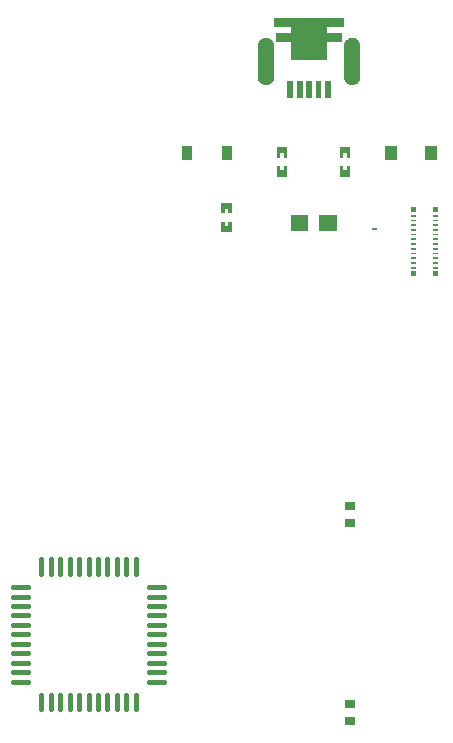
<source format=gtp>
G04 Layer: TopPasteMaskLayer*
G04 EasyEDA v6.5.3, 2022-04-03 17:45:16*
G04 78107e5fb92a4dff92b191d725c0db84,37927428d3cb42c68971fe41ce46a6a6,10*
G04 Gerber Generator version 0.2*
G04 Scale: 100 percent, Rotated: No, Reflected: No *
G04 Dimensions in millimeters *
G04 leading zeros omitted , absolute positions ,4 integer and 5 decimal *
%FSLAX45Y45*%
%MOMM*%

%ADD14C,0.4480*%
%ADD21R,0.9000X0.8000*%
%ADD22R,0.9500X1.1500*%

%LPD*%
G36*
X-619099Y820928D02*
G01*
X-624078Y815898D01*
X-624078Y735939D01*
X-619099Y730910D01*
X-596290Y730910D01*
X-596290Y767943D01*
X-563270Y767943D01*
X-563270Y730910D01*
X-539089Y730910D01*
X-534111Y735939D01*
X-534111Y815898D01*
X-539089Y820928D01*
G37*
G36*
X-619099Y660908D02*
G01*
X-624078Y655929D01*
X-624078Y576935D01*
X-619099Y571906D01*
X-539089Y571906D01*
X-534111Y576935D01*
X-534111Y655929D01*
X-539089Y660908D01*
X-563270Y660908D01*
X-563270Y622909D01*
X-596290Y622909D01*
X-596290Y660908D01*
G37*
G36*
X-1152499Y661924D02*
G01*
X-1157478Y656894D01*
X-1157478Y576935D01*
X-1152499Y571906D01*
X-1072489Y571906D01*
X-1067511Y576935D01*
X-1067511Y656894D01*
X-1072489Y661924D01*
X-1095298Y661924D01*
X-1095298Y624941D01*
X-1128318Y624941D01*
X-1128318Y661924D01*
G37*
G36*
X-1152499Y820928D02*
G01*
X-1157478Y815898D01*
X-1157478Y736904D01*
X-1152499Y731926D01*
X-1128318Y731926D01*
X-1128318Y769924D01*
X-1095298Y769924D01*
X-1095298Y731926D01*
X-1072489Y731926D01*
X-1067511Y736904D01*
X-1067511Y815898D01*
X-1072489Y820928D01*
G37*
G36*
X-1622399Y351028D02*
G01*
X-1627378Y345998D01*
X-1627378Y266039D01*
X-1622399Y261010D01*
X-1599590Y261010D01*
X-1599590Y298043D01*
X-1566570Y298043D01*
X-1566570Y261010D01*
X-1542389Y261010D01*
X-1537411Y266039D01*
X-1537411Y345998D01*
X-1542389Y351028D01*
G37*
G36*
X-1622399Y191008D02*
G01*
X-1627378Y186029D01*
X-1627378Y107035D01*
X-1622399Y102006D01*
X-1542389Y102006D01*
X-1537411Y107035D01*
X-1537411Y186029D01*
X-1542389Y191008D01*
X-1566570Y191008D01*
X-1566570Y153009D01*
X-1599590Y153009D01*
X-1599590Y191008D01*
G37*
G36*
X-748944Y1376934D02*
G01*
X-748944Y1236980D01*
X-698957Y1236980D01*
X-698957Y1376934D01*
G37*
G36*
X-828954Y1376934D02*
G01*
X-828954Y1236980D01*
X-778916Y1236980D01*
X-778916Y1376934D01*
G37*
G36*
X-908913Y1376934D02*
G01*
X-908913Y1236980D01*
X-858926Y1236980D01*
X-858926Y1376934D01*
G37*
G36*
X-988923Y1376934D02*
G01*
X-988923Y1236980D01*
X-938936Y1236980D01*
X-938936Y1376934D01*
G37*
G36*
X-1068933Y1376934D02*
G01*
X-1068933Y1236980D01*
X-1018946Y1236980D01*
X-1018946Y1376934D01*
G37*
G36*
X-1178915Y1916938D02*
G01*
X-1178915Y1836928D01*
X-1033932Y1836928D01*
X-1033932Y1786940D01*
X-1163929Y1786940D01*
X-1163929Y1706930D01*
X-1033932Y1706930D01*
X-1033932Y1556969D01*
X-733907Y1556969D01*
X-733907Y1706930D01*
X-603910Y1706930D01*
X-603910Y1786940D01*
X-733907Y1786940D01*
X-733907Y1836928D01*
X-588924Y1836928D01*
X-588924Y1916938D01*
G37*
G36*
X-518922Y1746910D02*
G01*
X-526491Y1746504D01*
X-533958Y1745284D01*
X-541274Y1743252D01*
X-544830Y1741982D01*
X-551738Y1738782D01*
X-558241Y1734870D01*
X-564235Y1730298D01*
X-569772Y1725066D01*
X-572312Y1722272D01*
X-576884Y1716227D01*
X-580796Y1709724D01*
X-583946Y1702866D01*
X-586384Y1695653D01*
X-588010Y1688236D01*
X-588822Y1680718D01*
X-588924Y1416964D01*
X-588518Y1409395D01*
X-587298Y1401876D01*
X-585266Y1394612D01*
X-582472Y1387551D01*
X-578916Y1380845D01*
X-574649Y1374597D01*
X-572312Y1371600D01*
X-567080Y1366113D01*
X-561289Y1361236D01*
X-555040Y1356969D01*
X-548335Y1353413D01*
X-544830Y1351889D01*
X-537667Y1349502D01*
X-530250Y1347876D01*
X-522732Y1347063D01*
X-515162Y1347063D01*
X-507593Y1347876D01*
X-500227Y1349502D01*
X-493014Y1351889D01*
X-486156Y1355090D01*
X-479653Y1359001D01*
X-473608Y1363573D01*
X-468122Y1368806D01*
X-463194Y1374597D01*
X-458978Y1380845D01*
X-455422Y1387551D01*
X-452577Y1394612D01*
X-450596Y1401876D01*
X-449326Y1409395D01*
X-448919Y1416964D01*
X-449021Y1680718D01*
X-449834Y1688236D01*
X-451510Y1695653D01*
X-453898Y1702866D01*
X-457098Y1709724D01*
X-461009Y1716227D01*
X-465582Y1722272D01*
X-470814Y1727758D01*
X-476554Y1732635D01*
X-482854Y1736902D01*
X-489559Y1740458D01*
X-493014Y1741982D01*
X-500227Y1744370D01*
X-507593Y1745996D01*
X-515162Y1746808D01*
G37*
G36*
X-1248918Y1746504D02*
G01*
X-1256487Y1746097D01*
X-1263904Y1744878D01*
X-1271219Y1742897D01*
X-1278229Y1740103D01*
X-1284884Y1736547D01*
X-1291132Y1732330D01*
X-1294130Y1729993D01*
X-1299616Y1724812D01*
X-1304493Y1719072D01*
X-1308760Y1712823D01*
X-1312316Y1706168D01*
X-1315161Y1699158D01*
X-1317193Y1691893D01*
X-1318463Y1684477D01*
X-1318920Y1676958D01*
X-1318818Y1413154D01*
X-1317955Y1405686D01*
X-1316278Y1398320D01*
X-1313840Y1391158D01*
X-1310640Y1384300D01*
X-1306728Y1377848D01*
X-1302156Y1371854D01*
X-1296924Y1366418D01*
X-1294130Y1363878D01*
X-1288084Y1359357D01*
X-1281582Y1355445D01*
X-1274724Y1352296D01*
X-1271219Y1350975D01*
X-1263904Y1348994D01*
X-1256487Y1347774D01*
X-1248918Y1347368D01*
X-1241399Y1347774D01*
X-1233932Y1348994D01*
X-1226667Y1350975D01*
X-1219657Y1353769D01*
X-1212951Y1357325D01*
X-1206703Y1361541D01*
X-1200962Y1366418D01*
X-1195730Y1371854D01*
X-1191158Y1377848D01*
X-1187246Y1384300D01*
X-1184046Y1391158D01*
X-1181557Y1398320D01*
X-1179931Y1405686D01*
X-1179372Y1409395D01*
X-1178915Y1416964D01*
X-1178915Y1676958D01*
X-1179372Y1684477D01*
X-1180642Y1691893D01*
X-1181557Y1695551D01*
X-1184046Y1702714D01*
X-1187246Y1709572D01*
X-1191158Y1716024D01*
X-1195730Y1722018D01*
X-1200962Y1727454D01*
X-1206703Y1732330D01*
X-1212951Y1736547D01*
X-1219657Y1740103D01*
X-1226667Y1742897D01*
X-1233932Y1744878D01*
X-1241399Y1746097D01*
G37*
D14*
X-2238400Y-3704081D02*
G01*
X-2114804Y-3704081D01*
X-2238400Y-3624071D02*
G01*
X-2114804Y-3624071D01*
X-2238400Y-3544087D02*
G01*
X-2114804Y-3544087D01*
X-2238400Y-3464077D02*
G01*
X-2114804Y-3464077D01*
X-2238400Y-3384092D02*
G01*
X-2114804Y-3384092D01*
X-2238400Y-3304082D02*
G01*
X-2114804Y-3304082D01*
X-2238400Y-3224072D02*
G01*
X-2114804Y-3224072D01*
X-2238400Y-3144088D02*
G01*
X-2114804Y-3144088D01*
X-2238400Y-3064078D02*
G01*
X-2114804Y-3064078D01*
X-2238400Y-2984093D02*
G01*
X-2114804Y-2984093D01*
X-2238400Y-2904083D02*
G01*
X-2114804Y-2904083D01*
X-2350795Y-2791688D02*
G01*
X-2350795Y-2668092D01*
X-2430805Y-2791688D02*
G01*
X-2430805Y-2668092D01*
X-2510790Y-2791688D02*
G01*
X-2510790Y-2668092D01*
X-2590800Y-2791688D02*
G01*
X-2590800Y-2668092D01*
X-2670784Y-2791688D02*
G01*
X-2670784Y-2668092D01*
X-2750794Y-2791688D02*
G01*
X-2750794Y-2668092D01*
X-2830804Y-2791688D02*
G01*
X-2830804Y-2668092D01*
X-2910789Y-2791688D02*
G01*
X-2910789Y-2668092D01*
X-2990799Y-2791688D02*
G01*
X-2990799Y-2668092D01*
X-3070783Y-2791688D02*
G01*
X-3070783Y-2668092D01*
X-3150793Y-2791691D02*
G01*
X-3150793Y-2668092D01*
X-3386785Y-2904083D02*
G01*
X-3263186Y-2904083D01*
X-3386785Y-2984093D02*
G01*
X-3263186Y-2984093D01*
X-3386785Y-3064078D02*
G01*
X-3263186Y-3064078D01*
X-3386785Y-3144088D02*
G01*
X-3263186Y-3144088D01*
X-3386785Y-3224072D02*
G01*
X-3263186Y-3224072D01*
X-3386785Y-3304082D02*
G01*
X-3263186Y-3304082D01*
X-3386785Y-3384092D02*
G01*
X-3263186Y-3384092D01*
X-3386785Y-3464077D02*
G01*
X-3263186Y-3464077D01*
X-3386785Y-3544087D02*
G01*
X-3263186Y-3544087D01*
X-3386785Y-3624071D02*
G01*
X-3263186Y-3624071D01*
X-3386785Y-3704081D02*
G01*
X-3263186Y-3704081D01*
X-3150793Y-3940075D02*
G01*
X-3150793Y-3816476D01*
X-3070783Y-3940075D02*
G01*
X-3070783Y-3816476D01*
X-2990799Y-3940075D02*
G01*
X-2990799Y-3816476D01*
X-2910789Y-3940075D02*
G01*
X-2910789Y-3816476D01*
X-2830804Y-3940075D02*
G01*
X-2830804Y-3816476D01*
X-2750794Y-3940075D02*
G01*
X-2750794Y-3816476D01*
X-2670784Y-3940075D02*
G01*
X-2670784Y-3816476D01*
X-2590800Y-3940075D02*
G01*
X-2590800Y-3816476D01*
X-2510790Y-3940075D02*
G01*
X-2510790Y-3816476D01*
X-2430805Y-3940075D02*
G01*
X-2430805Y-3816476D01*
X-2350795Y-3940075D02*
G01*
X-2350795Y-3816476D01*
G36*
X-350202Y134510D02*
G01*
X-350202Y119509D01*
X-310202Y119509D01*
X-310202Y134510D01*
G37*
G36*
X208008Y-7495D02*
G01*
X208008Y7505D01*
X168008Y7505D01*
X168008Y-7495D01*
G37*
G36*
X208008Y270004D02*
G01*
X208008Y310004D01*
X168008Y310004D01*
X168008Y270004D01*
G37*
G36*
X208008Y32504D02*
G01*
X208008Y47505D01*
X168008Y47505D01*
X168008Y32504D01*
G37*
G36*
X168008Y-192493D02*
G01*
X168008Y-207495D01*
X208008Y-207495D01*
X208008Y-192493D01*
G37*
G36*
X168008Y-112494D02*
G01*
X168008Y-127495D01*
X208008Y-127495D01*
X208008Y-112494D01*
G37*
G36*
X168008Y-152493D02*
G01*
X168008Y-167495D01*
X208008Y-167495D01*
X208008Y-152493D01*
G37*
G36*
X168008Y-72494D02*
G01*
X168008Y-87495D01*
X208008Y-87495D01*
X208008Y-72494D01*
G37*
G36*
X168008Y-32494D02*
G01*
X168008Y-47495D01*
X208008Y-47495D01*
X208008Y-32494D01*
G37*
G36*
X-19992Y310004D02*
G01*
X-19992Y270004D01*
X20007Y270004D01*
X20007Y310004D01*
G37*
G36*
X20007Y-7495D02*
G01*
X20007Y7505D01*
X-19992Y7505D01*
X-19992Y-7495D01*
G37*
G36*
X20007Y32504D02*
G01*
X20007Y47505D01*
X-19992Y47505D01*
X-19992Y32504D01*
G37*
G36*
X20007Y112504D02*
G01*
X20007Y127505D01*
X-19992Y127505D01*
X-19992Y112504D01*
G37*
G36*
X20007Y72504D02*
G01*
X20007Y87505D01*
X-19992Y87505D01*
X-19992Y72504D01*
G37*
G36*
X20007Y232503D02*
G01*
X20007Y247505D01*
X-19992Y247505D01*
X-19992Y232503D01*
G37*
G36*
X20007Y152504D02*
G01*
X20007Y167505D01*
X-19992Y167505D01*
X-19992Y152504D01*
G37*
G36*
X-19992Y-152493D02*
G01*
X-19992Y-167495D01*
X20007Y-167495D01*
X20007Y-152493D01*
G37*
G36*
X-19992Y-192493D02*
G01*
X-19992Y-207495D01*
X20007Y-207495D01*
X20007Y-192493D01*
G37*
G36*
X-19992Y-112494D02*
G01*
X-19992Y-127495D01*
X20007Y-127495D01*
X20007Y-112494D01*
G37*
G36*
X-19992Y-72494D02*
G01*
X-19992Y-87495D01*
X20007Y-87495D01*
X20007Y-72494D01*
G37*
G36*
X-19992Y-32494D02*
G01*
X-19992Y-47495D01*
X20007Y-47495D01*
X20007Y-32494D01*
G37*
G36*
X208008Y-269989D02*
G01*
X208008Y-229989D01*
X168008Y-229989D01*
X168008Y-269989D01*
G37*
G36*
X20007Y192509D02*
G01*
X20007Y207510D01*
X-19992Y207510D01*
X-19992Y192509D01*
G37*
G36*
X168008Y87520D02*
G01*
X168008Y72519D01*
X208008Y72519D01*
X208008Y87520D01*
G37*
G36*
X208008Y112519D02*
G01*
X208008Y127520D01*
X168008Y127520D01*
X168008Y112519D01*
G37*
G36*
X208008Y152519D02*
G01*
X208008Y167520D01*
X168008Y167520D01*
X168008Y152519D01*
G37*
G36*
X168008Y207535D02*
G01*
X168008Y192534D01*
X208008Y192534D01*
X208008Y207535D01*
G37*
G36*
X208008Y232534D02*
G01*
X208008Y247535D01*
X168008Y247535D01*
X168008Y232534D01*
G37*
G36*
X19997Y-269984D02*
G01*
X19997Y-229984D01*
X-20002Y-229984D01*
X-20002Y-269984D01*
G37*
G36*
X-1040795Y243662D02*
G01*
X-890793Y243662D01*
X-890793Y107772D01*
X-1040795Y107772D01*
G37*
G36*
X-800795Y243662D02*
G01*
X-650796Y243662D01*
X-650796Y107772D01*
X-800795Y107772D01*
G37*
D21*
G01*
X-540994Y-2218080D03*
G01*
X-540994Y-2358085D03*
G01*
X-540994Y-4034485D03*
G01*
X-540994Y-3894480D03*
G36*
X101445Y830117D02*
G01*
X196446Y830117D01*
X196446Y715116D01*
X101445Y715116D01*
G37*
G36*
X-237035Y830117D02*
G01*
X-142034Y830117D01*
X-142034Y715116D01*
X-237035Y715116D01*
G37*
D22*
G01*
X-1916734Y772617D03*
G01*
X-1578254Y772617D03*
M02*

</source>
